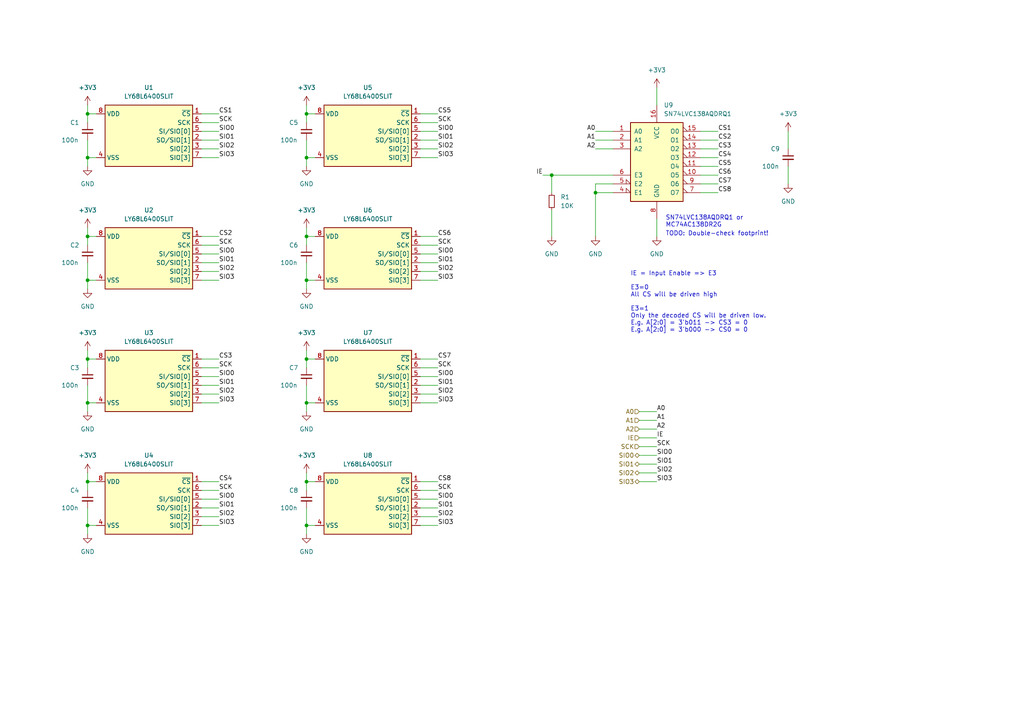
<source format=kicad_sch>
(kicad_sch (version 20211123) (generator eeschema)
  (paper "A4")
  (lib_symbols
    (symbol "74xx:74LS138" (pin_names (offset 1.016))
      (property "Reference" "U" (at -7.62 11.43 0))
      (property "Value" "74LS138" (at -7.62 -13.97 0))
      (symbol "74LS138_1_0"
        (pin input line (at -12.7 7.62 0) (length 5.08) (name "A0") (number "1"))
        (pin output output_low (at 12.7 -5.08 180) (length 5.08) (name "O5") (number "10"))
        (pin output output_low (at 12.7 -2.54 180) (length 5.08) (name "O4") (number "11"))
        (pin output output_low (at 12.7 0 180) (length 5.08) (name "O3") (number "12"))
        (pin output output_low (at 12.7 2.54 180) (length 5.08) (name "O2") (number "13"))
        (pin output output_low (at 12.7 5.08 180) (length 5.08) (name "O1") (number "14"))
        (pin output output_low (at 12.7 7.62 180) (length 5.08) (name "O0") (number "15"))
        (pin power_in line (at 0 15.24 270) (length 5.08) (name "VCC") (number "16"))
        (pin input line (at -12.7 5.08 0) (length 5.08) (name "A1") (number "2"))
        (pin input line (at -12.7 2.54 0) (length 5.08) (name "A2") (number "3"))
        (pin input input_low (at -12.7 -10.16 0) (length 5.08) (name "E1") (number "4"))
        (pin input input_low (at -12.7 -7.62 0) (length 5.08) (name "E2") (number "5"))
        (pin input line (at -12.7 -5.08 0) (length 5.08) (name "E3") (number "6"))
        (pin output output_low (at 12.7 -10.16 180) (length 5.08) (name "O7") (number "7"))
        (pin power_in line (at 0 -17.78 90) (length 5.08) (name "GND") (number "8"))
        (pin output output_low (at 12.7 -7.62 180) (length 5.08) (name "O6") (number "9"))
      )
      (symbol "74LS138_1_1"
        (rectangle (start -7.62 10.16) (end 7.62 -12.7) (stroke (width 0.254)) (fill (type background)))
      )
    )
    (symbol "Device:C_Small" (pin_numbers hide) (pin_names (offset 0.254) hide)
      (property "Reference" "C" (at 0.254 1.778 0))
      (property "Value" "C_Small" (at 0.254 -2.032 0))
      (symbol "C_Small_0_1"
        (polyline (pts (xy -1.524 -0.508) (xy 1.524 -0.508)) (stroke (width 0.3302)))
        (polyline (pts (xy -1.524 0.508) (xy 1.524 0.508)) (stroke (width 0.3048)))
      )
      (symbol "C_Small_1_1"
        (pin passive line (at 0 2.54 270) (length 2.032) (name "~") (number "1"))
        (pin passive line (at 0 -2.54 90) (length 2.032) (name "~") (number "2"))
      )
    )
    (symbol "Device:R_Small" (pin_numbers hide) (pin_names (offset 0.254) hide)
      (property "Reference" "R" (at 0.762 0.508 0))
      (property "Value" "R_Small" (at 0.762 -1.016 0))
      (symbol "R_Small_0_1"
        (rectangle (start -0.762 1.778) (end 0.762 -1.778) (stroke (width 0.2032)))
      )
      (symbol "R_Small_1_1"
        (pin passive line (at 0 2.54 270) (length 0.762) (name "~") (number "1"))
        (pin passive line (at 0 -2.54 90) (length 0.762) (name "~") (number "2"))
      )
    )
    (symbol "power:+3V3" (power) (pin_names (offset 0))
      (property "Value" "+3V3" (at 0 3.556 0))
      (symbol "+3V3_0_1"
        (polyline (pts (xy -0.762 1.27) (xy 0 2.54)))
        (polyline (pts (xy 0 0) (xy 0 2.54)))
        (polyline (pts (xy 0 2.54) (xy 0.762 1.27)))
      )
      (symbol "+3V3_1_1"
        (pin power_in line (at 0 0 90) (length 0) hide (name "+3V3") (number "1"))
      )
    )
    (symbol "power:GND" (power) (pin_names (offset 0))
      (property "Value" "GND" (at 0 -3.81 0))
      (symbol "GND_0_1"
        (polyline (pts (xy 0 0) (xy 0 -1.27) (xy 1.27 -1.27) (xy 0 -2.54) (xy -1.27 -1.27) (xy 0 -1.27)))
      )
      (symbol "GND_1_1"
        (pin power_in line (at 0 0 270) (length 0) hide (name "GND") (number "1"))
      )
    )
    (symbol "spiram:LY68L6400SLIT"
      (property "Reference" "U?" (at 0 13.97 0))
      (property "Value" "LY68L6400SLIT" (at 0 11.43 0))
      (symbol "LY68L6400SLIT_1_1"
        (rectangle (start -12.7 8.89) (end 12.7 -8.89) (stroke (width 0.254)) (fill (type background)))
        (pin input line (at 15.24 6.35 180) (length 2.54) (name "~{CS}") (number "1"))
        (pin bidirectional line (at 15.24 -1.27 180) (length 2.54) (name "SO/SIO[1]") (number "2"))
        (pin bidirectional line (at 15.24 -3.81 180) (length 2.54) (name "SIO[2]") (number "3"))
        (pin power_in line (at -15.24 -6.35 0) (length 2.54) (name "VSS") (number "4"))
        (pin bidirectional line (at 15.24 1.27 180) (length 2.54) (name "SI/SIO[0]") (number "5"))
        (pin input line (at 15.24 3.81 180) (length 2.54) (name "SCK") (number "6"))
        (pin bidirectional line (at 15.24 -6.35 180) (length 2.54) (name "SIO[3]") (number "7"))
        (pin power_in line (at -15.24 6.35 0) (length 2.54) (name "VDD") (number "8"))
      )
    )
  )
  (junction (at 88.9 81.28))
  (junction (at 160.02 50.8))
  (junction (at 25.4 81.28))
  (junction (at 25.4 139.7))
  (junction (at 25.4 104.14))
  (junction (at 88.9 152.4))
  (junction (at 88.9 116.84))
  (junction (at 25.4 68.58))
  (junction (at 25.4 45.72))
  (junction (at 88.9 139.7))
  (junction (at 88.9 45.72))
  (junction (at 88.9 33.02))
  (junction (at 88.9 104.14))
  (junction (at 88.9 68.58))
  (junction (at 25.4 116.84))
  (junction (at 172.72 55.88))
  (junction (at 25.4 152.4))
  (junction (at 25.4 33.02))
  (wire (pts (xy 25.4 101.6) (xy 25.4 104.14)))
  (wire (pts (xy 25.4 48.26) (xy 25.4 45.72)))
  (wire (pts (xy 190.5 63.5) (xy 190.5 68.58)))
  (wire (pts (xy 88.9 154.94) (xy 88.9 152.4)))
  (wire (pts (xy 88.9 111.76) (xy 88.9 116.84)))
  (wire (pts (xy 25.4 81.28) (xy 27.94 81.28)))
  (wire (pts (xy 25.4 45.72) (xy 27.94 45.72)))
  (wire (pts (xy 203.2 40.64) (xy 208.28 40.64)))
  (wire (pts (xy 172.72 55.88) (xy 172.72 53.34)))
  (wire (pts (xy 121.92 144.78) (xy 127 144.78)))
  (wire (pts (xy 88.9 40.64) (xy 88.9 45.72)))
  (wire (pts (xy 58.42 114.3) (xy 63.5 114.3)))
  (wire (pts (xy 25.4 68.58) (xy 25.4 71.12)))
  (wire (pts (xy 25.4 104.14) (xy 25.4 106.68)))
  (wire (pts (xy 25.4 76.2) (xy 25.4 81.28)))
  (wire (pts (xy 25.4 147.32) (xy 25.4 152.4)))
  (wire (pts (xy 88.9 30.48) (xy 88.9 33.02)))
  (wire (pts (xy 58.42 45.72) (xy 63.5 45.72)))
  (wire (pts (xy 88.9 104.14) (xy 88.9 106.68)))
  (wire (pts (xy 228.6 38.1) (xy 228.6 43.18)))
  (wire (pts (xy 25.4 66.04) (xy 25.4 68.58)))
  (wire (pts (xy 58.42 104.14) (xy 63.5 104.14)))
  (wire (pts (xy 121.92 111.76) (xy 127 111.76)))
  (wire (pts (xy 25.4 33.02) (xy 25.4 35.56)))
  (wire (pts (xy 185.42 127) (xy 190.5 127)))
  (wire (pts (xy 185.42 124.46) (xy 190.5 124.46)))
  (wire (pts (xy 121.92 139.7) (xy 127 139.7)))
  (wire (pts (xy 121.92 81.28) (xy 127 81.28)))
  (wire (pts (xy 88.9 45.72) (xy 91.44 45.72)))
  (wire (pts (xy 58.42 111.76) (xy 63.5 111.76)))
  (wire (pts (xy 185.42 132.08) (xy 190.5 132.08)))
  (wire (pts (xy 25.4 139.7) (xy 27.94 139.7)))
  (wire (pts (xy 121.92 33.02) (xy 127 33.02)))
  (wire (pts (xy 121.92 152.4) (xy 127 152.4)))
  (wire (pts (xy 121.92 106.68) (xy 127 106.68)))
  (wire (pts (xy 203.2 45.72) (xy 208.28 45.72)))
  (wire (pts (xy 58.42 76.2) (xy 63.5 76.2)))
  (wire (pts (xy 25.4 119.38) (xy 25.4 116.84)))
  (wire (pts (xy 58.42 40.64) (xy 63.5 40.64)))
  (wire (pts (xy 58.42 43.18) (xy 63.5 43.18)))
  (wire (pts (xy 160.02 60.96) (xy 160.02 68.58)))
  (wire (pts (xy 88.9 66.04) (xy 88.9 68.58)))
  (wire (pts (xy 157.48 50.8) (xy 160.02 50.8)))
  (wire (pts (xy 58.42 78.74) (xy 63.5 78.74)))
  (wire (pts (xy 88.9 83.82) (xy 88.9 81.28)))
  (wire (pts (xy 172.72 53.34) (xy 177.8 53.34)))
  (wire (pts (xy 88.9 137.16) (xy 88.9 139.7)))
  (wire (pts (xy 88.9 104.14) (xy 91.44 104.14)))
  (wire (pts (xy 185.42 119.38) (xy 190.5 119.38)))
  (wire (pts (xy 88.9 48.26) (xy 88.9 45.72)))
  (wire (pts (xy 185.42 134.62) (xy 190.5 134.62)))
  (wire (pts (xy 160.02 50.8) (xy 160.02 55.88)))
  (wire (pts (xy 172.72 43.18) (xy 177.8 43.18)))
  (wire (pts (xy 25.4 116.84) (xy 27.94 116.84)))
  (wire (pts (xy 121.92 142.24) (xy 127 142.24)))
  (wire (pts (xy 58.42 144.78) (xy 63.5 144.78)))
  (wire (pts (xy 58.42 33.02) (xy 63.5 33.02)))
  (wire (pts (xy 88.9 101.6) (xy 88.9 104.14)))
  (wire (pts (xy 58.42 139.7) (xy 63.5 139.7)))
  (wire (pts (xy 203.2 43.18) (xy 208.28 43.18)))
  (wire (pts (xy 121.92 109.22) (xy 127 109.22)))
  (wire (pts (xy 88.9 152.4) (xy 91.44 152.4)))
  (wire (pts (xy 121.92 40.64) (xy 127 40.64)))
  (wire (pts (xy 88.9 76.2) (xy 88.9 81.28)))
  (wire (pts (xy 121.92 73.66) (xy 127 73.66)))
  (wire (pts (xy 25.4 83.82) (xy 25.4 81.28)))
  (wire (pts (xy 25.4 40.64) (xy 25.4 45.72)))
  (wire (pts (xy 88.9 81.28) (xy 91.44 81.28)))
  (wire (pts (xy 185.42 137.16) (xy 190.5 137.16)))
  (wire (pts (xy 121.92 45.72) (xy 127 45.72)))
  (wire (pts (xy 121.92 114.3) (xy 127 114.3)))
  (wire (pts (xy 25.4 68.58) (xy 27.94 68.58)))
  (wire (pts (xy 58.42 68.58) (xy 63.5 68.58)))
  (wire (pts (xy 25.4 137.16) (xy 25.4 139.7)))
  (wire (pts (xy 203.2 50.8) (xy 208.28 50.8)))
  (wire (pts (xy 121.92 104.14) (xy 127 104.14)))
  (wire (pts (xy 25.4 154.94) (xy 25.4 152.4)))
  (wire (pts (xy 121.92 38.1) (xy 127 38.1)))
  (wire (pts (xy 58.42 35.56) (xy 63.5 35.56)))
  (wire (pts (xy 88.9 147.32) (xy 88.9 152.4)))
  (wire (pts (xy 172.72 40.64) (xy 177.8 40.64)))
  (wire (pts (xy 88.9 68.58) (xy 91.44 68.58)))
  (wire (pts (xy 228.6 48.26) (xy 228.6 53.34)))
  (wire (pts (xy 58.42 106.68) (xy 63.5 106.68)))
  (wire (pts (xy 25.4 30.48) (xy 25.4 33.02)))
  (wire (pts (xy 58.42 142.24) (xy 63.5 142.24)))
  (wire (pts (xy 58.42 71.12) (xy 63.5 71.12)))
  (wire (pts (xy 58.42 149.86) (xy 63.5 149.86)))
  (wire (pts (xy 25.4 33.02) (xy 27.94 33.02)))
  (wire (pts (xy 58.42 81.28) (xy 63.5 81.28)))
  (wire (pts (xy 203.2 53.34) (xy 208.28 53.34)))
  (wire (pts (xy 203.2 55.88) (xy 208.28 55.88)))
  (wire (pts (xy 88.9 116.84) (xy 91.44 116.84)))
  (wire (pts (xy 58.42 109.22) (xy 63.5 109.22)))
  (wire (pts (xy 25.4 104.14) (xy 27.94 104.14)))
  (wire (pts (xy 185.42 121.92) (xy 190.5 121.92)))
  (wire (pts (xy 25.4 111.76) (xy 25.4 116.84)))
  (wire (pts (xy 121.92 149.86) (xy 127 149.86)))
  (wire (pts (xy 121.92 76.2) (xy 127 76.2)))
  (wire (pts (xy 172.72 68.58) (xy 172.72 55.88)))
  (wire (pts (xy 121.92 71.12) (xy 127 71.12)))
  (wire (pts (xy 88.9 33.02) (xy 88.9 35.56)))
  (wire (pts (xy 172.72 55.88) (xy 177.8 55.88)))
  (wire (pts (xy 121.92 35.56) (xy 127 35.56)))
  (wire (pts (xy 58.42 116.84) (xy 63.5 116.84)))
  (wire (pts (xy 121.92 116.84) (xy 127 116.84)))
  (wire (pts (xy 25.4 139.7) (xy 25.4 142.24)))
  (wire (pts (xy 88.9 139.7) (xy 88.9 142.24)))
  (wire (pts (xy 58.42 38.1) (xy 63.5 38.1)))
  (wire (pts (xy 88.9 119.38) (xy 88.9 116.84)))
  (wire (pts (xy 58.42 73.66) (xy 63.5 73.66)))
  (wire (pts (xy 25.4 152.4) (xy 27.94 152.4)))
  (wire (pts (xy 88.9 33.02) (xy 91.44 33.02)))
  (wire (pts (xy 185.42 129.54) (xy 190.5 129.54)))
  (wire (pts (xy 88.9 68.58) (xy 88.9 71.12)))
  (wire (pts (xy 160.02 50.8) (xy 177.8 50.8)))
  (wire (pts (xy 203.2 48.26) (xy 208.28 48.26)))
  (wire (pts (xy 88.9 139.7) (xy 91.44 139.7)))
  (wire (pts (xy 185.42 139.7) (xy 190.5 139.7)))
  (wire (pts (xy 190.5 25.4) (xy 190.5 30.48)))
  (wire (pts (xy 121.92 78.74) (xy 127 78.74)))
  (wire (pts (xy 172.72 38.1) (xy 177.8 38.1)))
  (wire (pts (xy 58.42 147.32) (xy 63.5 147.32)))
  (wire (pts (xy 203.2 38.1) (xy 208.28 38.1)))
  (wire (pts (xy 121.92 68.58) (xy 127 68.58)))
  (wire (pts (xy 58.42 152.4) (xy 63.5 152.4)))
  (wire (pts (xy 121.92 147.32) (xy 127 147.32)))
  (wire (pts (xy 121.92 43.18) (xy 127 43.18)))
  (text "TODO: Double-check footprint!" (at 193.04 68.58 0) (effects (font (size 1.27 1.27)) (justify left bottom)))
  (text "IE = Input Enable => E3\n\nE3=0\nAll CS will be driven high\n\nE3=1\nOnly the decoded CS will be driven low.\nE.g. A[2:0] = 3'b011 -> CS3 = 0\nE.g. A[2:0] = 3'b000 -> CS0 = 0\n" (at 182.88 96.52 0) (effects (font (size 1.27 1.27)) (justify left bottom)))
  (text "SN74LVC138AQDRQ1 or\nMC74AC138DR2G" (at 193.04 66.04 0) (effects (font (size 1.27 1.27)) (justify left bottom)))
  (label "SIO2" (at 190.5 137.16 0))
  (label "SIO2" (at 127 149.86 0))
  (label "SCK" (at 127 71.12 0))
  (label "CS4" (at 63.5 139.7 0))
  (label "SIO1" (at 63.5 40.64 0))
  (label "A2" (at 172.72 43.18 180))
  (label "SIO2" (at 63.5 78.74 0))
  (label "IE" (at 190.5 127 0))
  (label "CS1" (at 208.28 38.1 0))
  (label "SIO2" (at 63.5 149.86 0))
  (label "SIO1" (at 63.5 111.76 0))
  (label "CS8" (at 127 139.7 0))
  (label "SCK" (at 127 35.56 0))
  (label "A1" (at 172.72 40.64 180))
  (label "CS6" (at 208.28 50.8 0))
  (label "SIO0" (at 63.5 73.66 0))
  (label "SIO1" (at 63.5 147.32 0))
  (label "SIO3" (at 63.5 116.84 0))
  (label "SIO3" (at 190.5 139.7 0))
  (label "IE" (at 157.48 50.8 180))
  (label "SIO2" (at 127 78.74 0))
  (label "SIO3" (at 127 116.84 0))
  (label "CS2" (at 208.28 40.64 0))
  (label "SCK" (at 190.5 129.54 0))
  (label "SIO0" (at 127 73.66 0))
  (label "SIO0" (at 127 144.78 0))
  (label "CS8" (at 208.28 55.88 0))
  (label "SIO1" (at 127 147.32 0))
  (label "SIO1" (at 63.5 76.2 0))
  (label "CS5" (at 208.28 48.26 0))
  (label "CS6" (at 127 68.58 0))
  (label "A2" (at 190.5 124.46 0))
  (label "SIO2" (at 127 43.18 0))
  (label "SIO1" (at 127 111.76 0))
  (label "CS7" (at 127 104.14 0))
  (label "CS4" (at 208.28 45.72 0))
  (label "SIO0" (at 63.5 144.78 0))
  (label "CS3" (at 208.28 43.18 0))
  (label "A1" (at 190.5 121.92 0))
  (label "SIO2" (at 127 114.3 0))
  (label "A0" (at 172.72 38.1 180))
  (label "CS7" (at 208.28 53.34 0))
  (label "SIO2" (at 63.5 114.3 0))
  (label "SIO0" (at 190.5 132.08 0))
  (label "SIO3" (at 127 152.4 0))
  (label "CS2" (at 63.5 68.58 0))
  (label "SIO3" (at 63.5 45.72 0))
  (label "SCK" (at 63.5 106.68 0))
  (label "SIO0" (at 63.5 38.1 0))
  (label "SCK" (at 63.5 71.12 0))
  (label "CS5" (at 127 33.02 0))
  (label "CS3" (at 63.5 104.14 0))
  (label "CS1" (at 63.5 33.02 0))
  (label "SIO0" (at 127 38.1 0))
  (label "SIO1" (at 127 40.64 0))
  (label "A0" (at 190.5 119.38 0))
  (label "SCK" (at 63.5 142.24 0))
  (label "SIO0" (at 63.5 109.22 0))
  (label "SIO3" (at 127 81.28 0))
  (label "SIO1" (at 127 76.2 0))
  (label "SIO3" (at 63.5 81.28 0))
  (label "SIO2" (at 63.5 43.18 0))
  (label "SIO3" (at 127 45.72 0))
  (label "SCK" (at 127 142.24 0))
  (label "SCK" (at 63.5 35.56 0))
  (label "SIO3" (at 63.5 152.4 0))
  (label "SIO0" (at 127 109.22 0))
  (label "SCK" (at 127 106.68 0))
  (label "SIO1" (at 190.5 134.62 0))
  (hierarchical_label "IE" (shape input) (at 185.42 127 180))
  (hierarchical_label "A2" (shape input) (at 185.42 124.46 180))
  (hierarchical_label "SIO3" (shape bidirectional) (at 185.42 139.7 180))
  (hierarchical_label "A0" (shape input) (at 185.42 119.38 180))
  (hierarchical_label "SIO2" (shape bidirectional) (at 185.42 137.16 180))
  (hierarchical_label "SIO0" (shape bidirectional) (at 185.42 132.08 180))
  (hierarchical_label "SIO1" (shape bidirectional) (at 185.42 134.62 180))
  (hierarchical_label "A1" (shape input) (at 185.42 121.92 180))
  (hierarchical_label "SCK" (shape input) (at 185.42 129.54 180))
  (symbol (lib_id "power:+3V3") (at 190.5 25.4 0) (unit 1)
    (property "Reference" "#PWR019" (effects hide))
    (property "Value" "+3V3" (at 190.5 20.32 0))
  )
  (symbol (lib_id "power:GND") (at 160.02 68.58 0) (unit 1)
    (property "Reference" "#PWR017" (effects hide))
    (property "Value" "GND" (at 160.02 73.66 0))
  )
  (symbol (lib_id "Device:C_Small") (at 25.4 144.78 0) (unit 1)
    (property "Reference" "C4" (at 20.32 142.24 0) (effects (justify left)))
    (property "Value" "100n" (at 17.78 147.32 0) (effects (justify left)))
  )
  (symbol (lib_id "power:GND") (at 88.9 154.94 0) (unit 1)
    (property "Reference" "#PWR016" (effects hide))
    (property "Value" "GND" (at 88.9 160.02 0))
  )
  (symbol (lib_id "power:+3V3") (at 88.9 101.6 0) (unit 1)
    (property "Reference" "#PWR013" (effects hide))
    (property "Value" "+3V3" (at 88.9 96.52 0))
  )
  (symbol (lib_id "spiram:LY68L6400SLIT") (at 106.68 74.93 0) (unit 1)
    (property "Reference" "U6" (at 106.68 60.96 0))
    (property "Value" "LY68L6400SLIT" (at 106.68 63.5 0))
    (property "Footprint" "Package_SO:SOIC-8_5.275x5.275mm_P1.27mm" (effects hide))
  )
  (symbol (lib_id "74xx:74LS138") (at 190.5 45.72 0) (unit 1)
    (property "Reference" "U9" (at 192.5194 30.48 0) (effects (justify left)))
    (property "Value" "SN74LVC138AQDRQ1" (at 192.5194 33.02 0) (effects (justify left)))
    (property "Footprint" "Package_SO:SOP-16_4.4x10.4mm_P1.27mm" (effects hide))
    (property "Datasheet" "https://www.ti.com/lit/ds/symlink/sn74lvc138a-q1.pdf?ts=1658089127975" (effects hide))
  )
  (symbol (lib_id "Device:C_Small") (at 228.6 45.72 0) (unit 1)
    (property "Reference" "C9" (at 223.52 43.18 0) (effects (justify left)))
    (property "Value" "100n" (at 220.98 48.26 0) (effects (justify left)))
  )
  (symbol (lib_id "power:+3V3") (at 25.4 137.16 0) (unit 1)
    (property "Reference" "#PWR07" (effects hide))
    (property "Value" "+3V3" (at 25.4 132.08 0))
  )
  (symbol (lib_id "power:GND") (at 172.72 68.58 0) (unit 1)
    (property "Reference" "#PWR018" (effects hide))
    (property "Value" "GND" (at 172.72 73.66 0))
  )
  (symbol (lib_id "power:+3V3") (at 88.9 66.04 0) (unit 1)
    (property "Reference" "#PWR011" (effects hide))
    (property "Value" "+3V3" (at 88.9 60.96 0))
  )
  (symbol (lib_id "power:GND") (at 25.4 83.82 0) (unit 1)
    (property "Reference" "#PWR04" (effects hide))
    (property "Value" "GND" (at 25.4 88.9 0))
  )
  (symbol (lib_id "power:+3V3") (at 88.9 30.48 0) (unit 1)
    (property "Reference" "#PWR09" (effects hide))
    (property "Value" "+3V3" (at 88.9 25.4 0))
  )
  (symbol (lib_id "power:GND") (at 88.9 83.82 0) (unit 1)
    (property "Reference" "#PWR012" (effects hide))
    (property "Value" "GND" (at 88.9 88.9 0))
  )
  (symbol (lib_id "power:GND") (at 25.4 48.26 0) (unit 1)
    (property "Reference" "#PWR02" (effects hide))
    (property "Value" "GND" (at 25.4 53.34 0))
  )
  (symbol (lib_id "Device:C_Small") (at 88.9 144.78 0) (unit 1)
    (property "Reference" "C8" (at 83.82 142.24 0) (effects (justify left)))
    (property "Value" "100n" (at 81.28 147.32 0) (effects (justify left)))
  )
  (symbol (lib_id "power:GND") (at 25.4 154.94 0) (unit 1)
    (property "Reference" "#PWR08" (effects hide))
    (property "Value" "GND" (at 25.4 160.02 0))
  )
  (symbol (lib_id "spiram:LY68L6400SLIT") (at 43.18 146.05 0) (unit 1)
    (property "Reference" "U4" (at 43.18 132.08 0))
    (property "Value" "LY68L6400SLIT" (at 43.18 134.62 0))
    (property "Footprint" "Package_SO:SOIC-8_5.275x5.275mm_P1.27mm" (effects hide))
  )
  (symbol (lib_id "Device:C_Small") (at 25.4 38.1 0) (unit 1)
    (property "Reference" "C1" (at 20.32 35.56 0) (effects (justify left)))
    (property "Value" "100n" (at 17.78 40.64 0) (effects (justify left)))
  )
  (symbol (lib_id "power:GND") (at 25.4 119.38 0) (unit 1)
    (property "Reference" "#PWR06" (effects hide))
    (property "Value" "GND" (at 25.4 124.46 0))
  )
  (symbol (lib_id "power:GND") (at 88.9 48.26 0) (unit 1)
    (property "Reference" "#PWR010" (effects hide))
    (property "Value" "GND" (at 88.9 53.34 0))
  )
  (symbol (lib_id "Device:C_Small") (at 25.4 73.66 0) (unit 1)
    (property "Reference" "C2" (at 20.32 71.12 0) (effects (justify left)))
    (property "Value" "100n" (at 17.78 76.2 0) (effects (justify left)))
  )
  (symbol (lib_id "spiram:LY68L6400SLIT") (at 106.68 39.37 0) (unit 1)
    (property "Reference" "U5" (at 106.68 25.4 0))
    (property "Value" "LY68L6400SLIT" (at 106.68 27.94 0))
    (property "Footprint" "Package_SO:SOIC-8_5.275x5.275mm_P1.27mm" (effects hide))
  )
  (symbol (lib_id "power:+3V3") (at 25.4 66.04 0) (unit 1)
    (property "Reference" "#PWR03" (effects hide))
    (property "Value" "+3V3" (at 25.4 60.96 0))
  )
  (symbol (lib_id "spiram:LY68L6400SLIT") (at 43.18 39.37 0) (unit 1)
    (property "Reference" "U1" (at 43.18 25.4 0))
    (property "Value" "LY68L6400SLIT" (at 43.18 27.94 0))
    (property "Footprint" "Package_SO:SOIC-8_5.275x5.275mm_P1.27mm" (effects hide))
  )
  (symbol (lib_id "spiram:LY68L6400SLIT") (at 106.68 110.49 0) (unit 1)
    (property "Reference" "U7" (at 106.68 96.52 0))
    (property "Value" "LY68L6400SLIT" (at 106.68 99.06 0))
    (property "Footprint" "Package_SO:SOIC-8_5.275x5.275mm_P1.27mm" (effects hide))
  )
  (symbol (lib_id "spiram:LY68L6400SLIT") (at 43.18 74.93 0) (unit 1)
    (property "Reference" "U2" (at 43.18 60.96 0))
    (property "Value" "LY68L6400SLIT" (at 43.18 63.5 0))
    (property "Footprint" "Package_SO:SOIC-8_5.275x5.275mm_P1.27mm" (effects hide))
  )
  (symbol (lib_id "Device:C_Small") (at 88.9 73.66 0) (unit 1)
    (property "Reference" "C6" (at 83.82 71.12 0) (effects (justify left)))
    (property "Value" "100n" (at 81.28 76.2 0) (effects (justify left)))
  )
  (symbol (lib_id "power:GND") (at 88.9 119.38 0) (unit 1)
    (property "Reference" "#PWR014" (effects hide))
    (property "Value" "GND" (at 88.9 124.46 0))
  )
  (symbol (lib_id "Device:R_Small") (at 160.02 58.42 0) (unit 1)
    (property "Reference" "R1" (at 162.56 57.1499 0) (effects (justify left)))
    (property "Value" "10K" (at 162.56 59.6899 0) (effects (justify left)))
  )
  (symbol (lib_id "power:+3V3") (at 228.6 38.1 0) (unit 1)
    (property "Reference" "#PWR021" (effects hide))
    (property "Value" "+3V3" (at 228.6 33.02 0))
  )
  (symbol (lib_id "Device:C_Small") (at 88.9 109.22 0) (unit 1)
    (property "Reference" "C7" (at 83.82 106.68 0) (effects (justify left)))
    (property "Value" "100n" (at 81.28 111.76 0) (effects (justify left)))
  )
  (symbol (lib_id "power:GND") (at 228.6 53.34 0) (unit 1)
    (property "Reference" "#PWR022" (effects hide))
    (property "Value" "GND" (at 228.6 58.42 0))
  )
  (symbol (lib_id "spiram:LY68L6400SLIT") (at 43.18 110.49 0) (unit 1)
    (property "Reference" "U3" (at 43.18 96.52 0))
    (property "Value" "LY68L6400SLIT" (at 43.18 99.06 0))
    (property "Footprint" "Package_SO:SOIC-8_5.275x5.275mm_P1.27mm" (effects hide))
  )
  (symbol (lib_id "Device:C_Small") (at 88.9 38.1 0) (unit 1)
    (property "Reference" "C5" (at 83.82 35.56 0) (effects (justify left)))
    (property "Value" "100n" (at 81.28 40.64 0) (effects (justify left)))
  )
  (symbol (lib_id "Device:C_Small") (at 25.4 109.22 0) (unit 1)
    (property "Reference" "C3" (at 20.32 106.68 0) (effects (justify left)))
    (property "Value" "100n" (at 17.78 111.76 0) (effects (justify left)))
  )
  (symbol (lib_id "spiram:LY68L6400SLIT") (at 106.68 146.05 0) (unit 1)
    (property "Reference" "U8" (at 106.68 132.08 0))
    (property "Value" "LY68L6400SLIT" (at 106.68 134.62 0))
    (property "Footprint" "Package_SO:SOIC-8_5.275x5.275mm_P1.27mm" (effects hide))
  )
  (symbol (lib_id "power:+3V3") (at 88.9 137.16 0) (unit 1)
    (property "Reference" "#PWR015" (effects hide))
    (property "Value" "+3V3" (at 88.9 132.08 0))
  )
  (symbol (lib_id "power:GND") (at 190.5 68.58 0) (unit 1)
    (property "Reference" "#PWR020" (effects hide))
    (property "Value" "GND" (at 190.5 73.66 0))
  )
  (symbol (lib_id "power:+3V3") (at 25.4 101.6 0) (unit 1)
    (property "Reference" "#PWR05" (effects hide))
    (property "Value" "+3V3" (at 25.4 96.52 0))
  )
  (symbol (lib_id "power:+3V3") (at 25.4 30.48 0) (unit 1)
    (property "Reference" "#PWR01" (effects hide))
    (property "Value" "+3V3" (at 25.4 25.4 0))
  )
)
</source>
